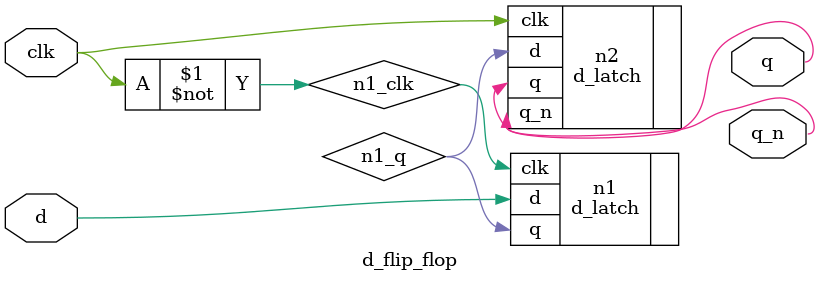
<source format=v>
module d_flip_flop (
    input clk,
    input d,
    output q,
    output q_n
);
  wire n1_clk = ~ clk;
  wire n1_q;

  d_latch n1 (
    .clk (n1_clk),
    .d (d),
    .q (n1_q)
  );

  d_latch n2 (
    .clk (clk),
    .d (n1_q),
    .q (q),
    .q_n (q_n)
  );

endmodule

</source>
